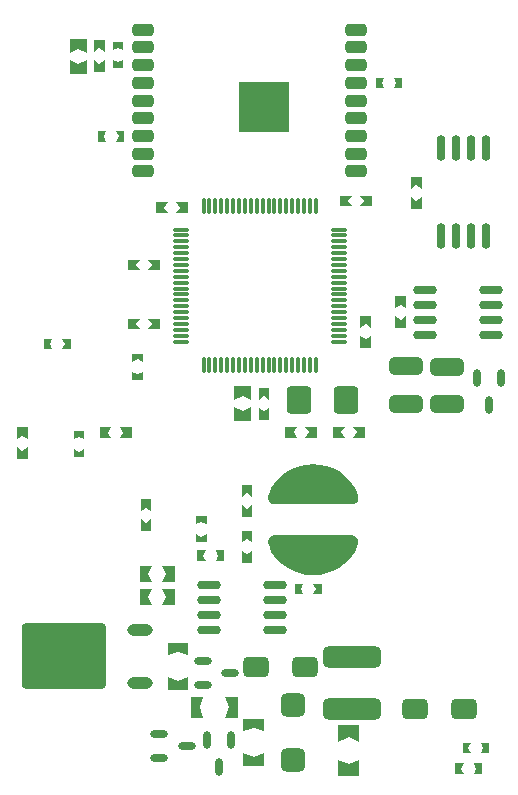
<source format=gtp>
G04 Layer_Color=8421504*
%FSLAX24Y24*%
%MOIN*%
G70*
G01*
G75*
%ADD11O,0.0800X0.0295*%
G04:AMPARAMS|DCode=13|XSize=70.9mil|YSize=39.4mil|CornerRadius=9.8mil|HoleSize=0mil|Usage=FLASHONLY|Rotation=0.000|XOffset=0mil|YOffset=0mil|HoleType=Round|Shape=RoundedRectangle|*
%AMROUNDEDRECTD13*
21,1,0.0709,0.0197,0,0,0.0*
21,1,0.0512,0.0394,0,0,0.0*
1,1,0.0197,0.0256,-0.0098*
1,1,0.0197,-0.0256,-0.0098*
1,1,0.0197,-0.0256,0.0098*
1,1,0.0197,0.0256,0.0098*
%
%ADD13ROUNDEDRECTD13*%
%ADD14R,0.1693X0.1693*%
G04:AMPARAMS|DCode=18|XSize=86.6mil|YSize=68.9mil|CornerRadius=17.2mil|HoleSize=0mil|Usage=FLASHONLY|Rotation=0.000|XOffset=0mil|YOffset=0mil|HoleType=Round|Shape=RoundedRectangle|*
%AMROUNDEDRECTD18*
21,1,0.0866,0.0344,0,0,0.0*
21,1,0.0522,0.0689,0,0,0.0*
1,1,0.0344,0.0261,-0.0172*
1,1,0.0344,-0.0261,-0.0172*
1,1,0.0344,-0.0261,0.0172*
1,1,0.0344,0.0261,0.0172*
%
%ADD18ROUNDEDRECTD18*%
G04:AMPARAMS|DCode=19|XSize=194.9mil|YSize=70.9mil|CornerRadius=17.7mil|HoleSize=0mil|Usage=FLASHONLY|Rotation=0.000|XOffset=0mil|YOffset=0mil|HoleType=Round|Shape=RoundedRectangle|*
%AMROUNDEDRECTD19*
21,1,0.1949,0.0354,0,0,0.0*
21,1,0.1594,0.0709,0,0,0.0*
1,1,0.0354,0.0797,-0.0177*
1,1,0.0354,-0.0797,-0.0177*
1,1,0.0354,-0.0797,0.0177*
1,1,0.0354,0.0797,0.0177*
%
%ADD19ROUNDEDRECTD19*%
G04:AMPARAMS|DCode=20|XSize=279.5mil|YSize=218.5mil|CornerRadius=10.9mil|HoleSize=0mil|Usage=FLASHONLY|Rotation=180.000|XOffset=0mil|YOffset=0mil|HoleType=Round|Shape=RoundedRectangle|*
%AMROUNDEDRECTD20*
21,1,0.2795,0.1967,0,0,180.0*
21,1,0.2577,0.2185,0,0,180.0*
1,1,0.0219,-0.1288,0.0983*
1,1,0.0219,0.1288,0.0983*
1,1,0.0219,0.1288,-0.0983*
1,1,0.0219,-0.1288,-0.0983*
%
%ADD20ROUNDEDRECTD20*%
%ADD21O,0.0846X0.0394*%
%ADD24O,0.0281X0.0591*%
G04:AMPARAMS|DCode=25|XSize=82.7mil|YSize=78.7mil|CornerRadius=19.7mil|HoleSize=0mil|Usage=FLASHONLY|Rotation=0.000|XOffset=0mil|YOffset=0mil|HoleType=Round|Shape=RoundedRectangle|*
%AMROUNDEDRECTD25*
21,1,0.0827,0.0394,0,0,0.0*
21,1,0.0433,0.0787,0,0,0.0*
1,1,0.0394,0.0217,-0.0197*
1,1,0.0394,-0.0217,-0.0197*
1,1,0.0394,-0.0217,0.0197*
1,1,0.0394,0.0217,0.0197*
%
%ADD25ROUNDEDRECTD25*%
%ADD27O,0.0591X0.0281*%
%ADD30O,0.0118X0.0591*%
%ADD31O,0.0591X0.0118*%
G04:AMPARAMS|DCode=32|XSize=90.6mil|YSize=82.7mil|CornerRadius=12.4mil|HoleSize=0mil|Usage=FLASHONLY|Rotation=90.000|XOffset=0mil|YOffset=0mil|HoleType=Round|Shape=RoundedRectangle|*
%AMROUNDEDRECTD32*
21,1,0.0906,0.0579,0,0,90.0*
21,1,0.0657,0.0827,0,0,90.0*
1,1,0.0248,0.0289,0.0329*
1,1,0.0248,0.0289,-0.0329*
1,1,0.0248,-0.0289,-0.0329*
1,1,0.0248,-0.0289,0.0329*
%
%ADD32ROUNDEDRECTD32*%
%ADD34O,0.0295X0.0850*%
G04:AMPARAMS|DCode=36|XSize=110.2mil|YSize=59.1mil|CornerRadius=14.8mil|HoleSize=0mil|Usage=FLASHONLY|Rotation=0.000|XOffset=0mil|YOffset=0mil|HoleType=Round|Shape=RoundedRectangle|*
%AMROUNDEDRECTD36*
21,1,0.1102,0.0295,0,0,0.0*
21,1,0.0807,0.0591,0,0,0.0*
1,1,0.0295,0.0404,-0.0148*
1,1,0.0295,-0.0404,-0.0148*
1,1,0.0295,-0.0404,0.0148*
1,1,0.0295,0.0404,0.0148*
%
%ADD36ROUNDEDRECTD36*%
G36*
X35659Y23986D02*
X35482Y24065D01*
X35305Y23986D01*
Y24262D01*
X35659D01*
Y23986D01*
D02*
G37*
G36*
Y23376D02*
X35305D01*
Y23652D01*
X35482Y23573D01*
X35659Y23652D01*
Y23376D01*
D02*
G37*
G36*
X33809Y24419D02*
X33632Y24537D01*
X33455Y24419D01*
Y24813D01*
X33809D01*
Y24419D01*
D02*
G37*
G36*
Y23750D02*
X33455D01*
Y24144D01*
X33632Y24026D01*
X33809Y24144D01*
Y23750D01*
D02*
G37*
G36*
X37175Y23376D02*
X36998Y23494D01*
X36821Y23376D01*
Y23770D01*
X37175D01*
Y23376D01*
D02*
G37*
G36*
X35542Y22933D02*
X35620Y22756D01*
X35345D01*
Y23110D01*
X35620D01*
X35542Y22933D01*
D02*
G37*
G36*
X40576Y23597D02*
X40640Y23557D01*
X40685Y23496D01*
X40704Y23423D01*
X40695Y23348D01*
X40655Y23218D01*
X40594Y23068D01*
X40511Y22928D01*
X40407Y22803D01*
X40403Y22798D01*
X40237Y22649D01*
X40053Y22524D01*
X39854Y22423D01*
X39643Y22350D01*
X39425Y22306D01*
X39203Y22291D01*
X38980Y22306D01*
X38762Y22350D01*
X38552Y22423D01*
X38353Y22524D01*
X38169Y22649D01*
X38003Y22798D01*
X38001Y22801D01*
X37895Y22927D01*
X37811Y23069D01*
X37750Y23221D01*
X37708Y23355D01*
X37699Y23428D01*
X37718Y23499D01*
X37762Y23559D01*
X37824Y23598D01*
X37896Y23611D01*
X40502D01*
X40576Y23597D01*
D02*
G37*
G36*
X37175Y22707D02*
X36821D01*
Y23100D01*
X36998Y22982D01*
X37175Y23100D01*
Y22707D01*
D02*
G37*
G36*
X36230Y22756D02*
X35955D01*
X36033Y22933D01*
X35955Y23110D01*
X36230D01*
Y22756D01*
D02*
G37*
G36*
X31575Y26821D02*
X31398Y26900D01*
X31220Y26821D01*
Y27096D01*
X31575D01*
Y26821D01*
D02*
G37*
G36*
X29685D02*
X29508Y26939D01*
X29331Y26821D01*
Y27215D01*
X29685D01*
Y26821D01*
D02*
G37*
G36*
X33150Y26860D02*
X32756D01*
X32874Y27037D01*
X32756Y27215D01*
X33150D01*
Y26860D01*
D02*
G37*
G36*
X32362Y27037D02*
X32480Y26860D01*
X32087D01*
Y27215D01*
X32480D01*
X32362Y27037D01*
D02*
G37*
G36*
X29685Y26152D02*
X29331D01*
Y26545D01*
X29508Y26427D01*
X29685Y26545D01*
Y26152D01*
D02*
G37*
G36*
X39425Y25961D02*
X39643Y25917D01*
X39854Y25844D01*
X40053Y25744D01*
X40237Y25619D01*
X40403Y25469D01*
X40405Y25467D01*
X40510Y25341D01*
X40594Y25199D01*
X40656Y25046D01*
X40698Y24912D01*
X40706Y24839D01*
X40687Y24768D01*
X40644Y24709D01*
X40582Y24670D01*
X40510Y24656D01*
X37904D01*
X37830Y24670D01*
X37766Y24711D01*
X37721Y24772D01*
X37702Y24845D01*
X37710Y24920D01*
X37751Y25049D01*
X37811Y25200D01*
X37895Y25340D01*
X37998Y25465D01*
X38003Y25469D01*
X38169Y25619D01*
X38353Y25744D01*
X38552Y25844D01*
X38762Y25917D01*
X38980Y25961D01*
X39203Y25976D01*
X39425Y25961D01*
D02*
G37*
G36*
X37175Y24222D02*
X36821D01*
Y24616D01*
X36998Y24498D01*
X37175Y24616D01*
Y24222D01*
D02*
G37*
G36*
X31575Y26211D02*
X31220D01*
Y26486D01*
X31398Y26408D01*
X31575Y26486D01*
Y26211D01*
D02*
G37*
G36*
X37175Y24892D02*
X36998Y25010D01*
X36821Y24892D01*
Y25285D01*
X37175D01*
Y24892D01*
D02*
G37*
G36*
X40748Y16732D02*
X40394Y16890D01*
X40039Y16732D01*
Y17283D01*
X40748D01*
Y16732D01*
D02*
G37*
G36*
X45069Y16348D02*
X44793D01*
X44872Y16526D01*
X44793Y16703D01*
X45069D01*
Y16348D01*
D02*
G37*
G36*
X35423Y17884D02*
X35541Y17539D01*
X35128D01*
Y18228D01*
X35541D01*
X35423Y17884D01*
D02*
G37*
G36*
X37569Y17077D02*
X37224Y17195D01*
X36880Y17077D01*
Y17490D01*
X37569D01*
Y17077D01*
D02*
G37*
G36*
X44380Y16526D02*
X44459Y16348D01*
X44183D01*
Y16703D01*
X44459D01*
X44380Y16526D01*
D02*
G37*
G36*
X44832Y15659D02*
X44557D01*
X44636Y15837D01*
X44557Y16014D01*
X44832D01*
Y15659D01*
D02*
G37*
G36*
X44144Y15837D02*
X44222Y15659D01*
X43947D01*
Y16014D01*
X44222D01*
X44144Y15837D01*
D02*
G37*
G36*
X37569Y15935D02*
X36880D01*
Y16348D01*
X37224Y16230D01*
X37569Y16348D01*
Y15935D01*
D02*
G37*
G36*
X40748Y15591D02*
X40039D01*
Y16142D01*
X40394Y15984D01*
X40748Y16142D01*
Y15591D01*
D02*
G37*
G36*
X39488Y21654D02*
X39213D01*
X39291Y21831D01*
X39213Y22008D01*
X39488D01*
Y21654D01*
D02*
G37*
G36*
X38799Y21831D02*
X38878Y21654D01*
X38603D01*
Y22008D01*
X38878D01*
X38799Y21831D01*
D02*
G37*
G36*
X34587Y22047D02*
X34173D01*
X34301Y22323D01*
X34173Y22598D01*
X34587D01*
Y22047D01*
D02*
G37*
G36*
X33711Y22323D02*
X33839Y22047D01*
X33425D01*
Y22598D01*
X33839D01*
X33711Y22323D01*
D02*
G37*
G36*
X34587Y21280D02*
X34173D01*
X34301Y21555D01*
X34173Y21831D01*
X34587D01*
Y21280D01*
D02*
G37*
G36*
X35039Y18474D02*
X34350D01*
Y18888D01*
X34695Y18770D01*
X35039Y18888D01*
Y18474D01*
D02*
G37*
G36*
X36683Y17539D02*
X36270D01*
X36388Y17884D01*
X36270Y18228D01*
X36683D01*
Y17539D01*
D02*
G37*
G36*
X33711Y21555D02*
X33839Y21280D01*
X33425D01*
Y21831D01*
X33839D01*
X33711Y21555D01*
D02*
G37*
G36*
X35039Y19616D02*
X34695Y19734D01*
X34350Y19616D01*
Y20030D01*
X35039D01*
Y19616D01*
D02*
G37*
G36*
X42825Y34498D02*
X42470D01*
Y34892D01*
X42648Y34774D01*
X42825Y34892D01*
Y34498D01*
D02*
G37*
G36*
X41161Y34587D02*
X40768D01*
X40886Y34764D01*
X40768Y34941D01*
X41161D01*
Y34587D01*
D02*
G37*
G36*
X32224Y36919D02*
X32303Y36742D01*
X32028D01*
Y37096D01*
X32303D01*
X32224Y36919D01*
D02*
G37*
G36*
X42825Y35167D02*
X42648Y35285D01*
X42470Y35167D01*
Y35561D01*
X42825D01*
Y35167D01*
D02*
G37*
G36*
X40374Y34764D02*
X40492Y34587D01*
X40098D01*
Y34941D01*
X40492D01*
X40374Y34764D01*
D02*
G37*
G36*
X34094Y32451D02*
X33701D01*
X33819Y32628D01*
X33701Y32805D01*
X34094D01*
Y32451D01*
D02*
G37*
G36*
X33307Y32628D02*
X33425Y32451D01*
X33031D01*
Y32805D01*
X33425D01*
X33307Y32628D01*
D02*
G37*
G36*
X35030Y34360D02*
X34636D01*
X34754Y34537D01*
X34636Y34715D01*
X35030D01*
Y34360D01*
D02*
G37*
G36*
X34242Y34537D02*
X34360Y34360D01*
X33967D01*
Y34715D01*
X34360D01*
X34242Y34537D01*
D02*
G37*
G36*
X31654Y39705D02*
X31368Y39833D01*
X31083Y39705D01*
Y40157D01*
X31654D01*
Y39705D01*
D02*
G37*
G36*
X32874Y39183D02*
X32520D01*
Y39459D01*
X32697Y39380D01*
X32874Y39459D01*
Y39183D01*
D02*
G37*
G36*
Y39793D02*
X32697Y39872D01*
X32520Y39793D01*
Y40069D01*
X32874D01*
Y39793D01*
D02*
G37*
G36*
X32254Y39734D02*
X32077Y39852D01*
X31900Y39734D01*
Y40128D01*
X32254D01*
Y39734D01*
D02*
G37*
G36*
Y39065D02*
X31900D01*
Y39459D01*
X32077Y39341D01*
X32254Y39459D01*
Y39065D01*
D02*
G37*
G36*
X41486Y38691D02*
X41565Y38514D01*
X41289D01*
Y38868D01*
X41565D01*
X41486Y38691D01*
D02*
G37*
G36*
X32913Y36742D02*
X32638D01*
X32716Y36919D01*
X32638Y37096D01*
X32913D01*
Y36742D01*
D02*
G37*
G36*
X31654Y38996D02*
X31083D01*
Y39449D01*
X31368Y39321D01*
X31654Y39449D01*
Y38996D01*
D02*
G37*
G36*
X42175Y38514D02*
X41899D01*
X41978Y38691D01*
X41899Y38868D01*
X42175D01*
Y38514D01*
D02*
G37*
G36*
X37136Y28140D02*
X36850Y28268D01*
X36565Y28140D01*
Y28593D01*
X37136D01*
Y28140D01*
D02*
G37*
G36*
Y27431D02*
X36565D01*
Y27884D01*
X36850Y27756D01*
X37136Y27884D01*
Y27431D01*
D02*
G37*
G36*
X33533Y28789D02*
X33179D01*
Y29065D01*
X33356Y28986D01*
X33533Y29065D01*
Y28789D01*
D02*
G37*
G36*
X37746Y28140D02*
X37569Y28258D01*
X37392Y28140D01*
Y28533D01*
X37746D01*
Y28140D01*
D02*
G37*
G36*
Y27470D02*
X37392D01*
Y27864D01*
X37569Y27746D01*
X37746Y27864D01*
Y27470D01*
D02*
G37*
G36*
X39341Y26870D02*
X38947D01*
X39065Y27047D01*
X38947Y27224D01*
X39341D01*
Y26870D01*
D02*
G37*
G36*
X38553Y27047D02*
X38671Y26870D01*
X38278D01*
Y27224D01*
X38671D01*
X38553Y27047D01*
D02*
G37*
G36*
X40925Y26870D02*
X40532D01*
X40650Y27047D01*
X40532Y27224D01*
X40925D01*
Y26870D01*
D02*
G37*
G36*
X40138Y27047D02*
X40256Y26870D01*
X39862D01*
Y27224D01*
X40256D01*
X40138Y27047D01*
D02*
G37*
G36*
X41132Y30541D02*
X40955Y30659D01*
X40778Y30541D01*
Y30935D01*
X41132D01*
Y30541D01*
D02*
G37*
G36*
X34094Y30482D02*
X33701D01*
X33819Y30659D01*
X33701Y30837D01*
X34094D01*
Y30482D01*
D02*
G37*
G36*
X42293Y31191D02*
X42116Y31309D01*
X41939Y31191D01*
Y31585D01*
X42293D01*
Y31191D01*
D02*
G37*
G36*
Y30522D02*
X41939D01*
Y30915D01*
X42116Y30797D01*
X42293Y30915D01*
Y30522D01*
D02*
G37*
G36*
X33307Y30659D02*
X33425Y30482D01*
X33031D01*
Y30837D01*
X33425D01*
X33307Y30659D01*
D02*
G37*
G36*
X30433Y29990D02*
X30512Y29813D01*
X30236D01*
Y30167D01*
X30512D01*
X30433Y29990D01*
D02*
G37*
G36*
X33533Y29399D02*
X33356Y29478D01*
X33179Y29399D01*
Y29675D01*
X33533D01*
Y29399D01*
D02*
G37*
G36*
X41132Y29872D02*
X40778D01*
Y30266D01*
X40955Y30148D01*
X41132Y30266D01*
Y29872D01*
D02*
G37*
G36*
X31122Y29813D02*
X30846D01*
X30925Y29990D01*
X30846Y30167D01*
X31122D01*
Y29813D01*
D02*
G37*
D11*
X42933Y31791D02*
D03*
Y31291D02*
D03*
X45133D02*
D03*
Y31791D02*
D03*
X42933Y30291D02*
D03*
X45133D02*
D03*
X42933Y30791D02*
D03*
X45133D02*
D03*
X37923Y20453D02*
D03*
Y20953D02*
D03*
X35723D02*
D03*
Y20453D02*
D03*
X37923Y21953D02*
D03*
X35723D02*
D03*
X37923Y21453D02*
D03*
X35723D02*
D03*
D13*
X40622Y35744D02*
D03*
Y36335D02*
D03*
Y36926D02*
D03*
Y37516D02*
D03*
Y38107D02*
D03*
Y38697D02*
D03*
Y39288D02*
D03*
Y39878D02*
D03*
Y40469D02*
D03*
X33536Y35744D02*
D03*
Y36335D02*
D03*
Y36926D02*
D03*
Y40469D02*
D03*
Y39878D02*
D03*
X33526Y39288D02*
D03*
X33536Y38697D02*
D03*
Y38107D02*
D03*
Y37516D02*
D03*
D14*
X37552Y37890D02*
D03*
D18*
X42608Y17835D02*
D03*
X44222D02*
D03*
X37313Y19213D02*
D03*
X38927D02*
D03*
D19*
X40492Y19557D02*
D03*
Y17825D02*
D03*
D20*
X30886Y19577D02*
D03*
D21*
X33445Y18679D02*
D03*
Y20474D02*
D03*
D24*
X36067Y15886D02*
D03*
X35667Y16796D02*
D03*
X36467D02*
D03*
X45072Y27953D02*
D03*
X44672Y28863D02*
D03*
X45472D02*
D03*
D25*
X38524Y17943D02*
D03*
Y16132D02*
D03*
D27*
X34990Y16608D02*
D03*
X34080Y16208D02*
D03*
Y17008D02*
D03*
X36437Y19039D02*
D03*
X35527Y18639D02*
D03*
Y19439D02*
D03*
D30*
X37717Y29301D02*
D03*
X37913D02*
D03*
X38110D02*
D03*
X38307D02*
D03*
X38504D02*
D03*
X38701D02*
D03*
X38898D02*
D03*
X39094D02*
D03*
X39291D02*
D03*
X35551D02*
D03*
X35748D02*
D03*
X35945D02*
D03*
X36142D02*
D03*
X36339D02*
D03*
X36535D02*
D03*
X36732D02*
D03*
X36929D02*
D03*
X37126D02*
D03*
X39291Y34577D02*
D03*
X39094D02*
D03*
X38898D02*
D03*
X38701D02*
D03*
X38504D02*
D03*
X38307D02*
D03*
X38110D02*
D03*
X37913D02*
D03*
X37717D02*
D03*
X37126D02*
D03*
X36929D02*
D03*
X36732D02*
D03*
X36535D02*
D03*
X36339D02*
D03*
X36142D02*
D03*
X35945D02*
D03*
X35748D02*
D03*
X35551D02*
D03*
X37323Y29301D02*
D03*
X37520D02*
D03*
Y34577D02*
D03*
X37323D02*
D03*
D31*
X40059Y30266D02*
D03*
Y30463D02*
D03*
Y30659D02*
D03*
Y30856D02*
D03*
Y31053D02*
D03*
Y31250D02*
D03*
Y31447D02*
D03*
Y31644D02*
D03*
Y31841D02*
D03*
Y32037D02*
D03*
Y32234D02*
D03*
Y32431D02*
D03*
Y32628D02*
D03*
X34783D02*
D03*
Y32431D02*
D03*
Y32234D02*
D03*
Y32037D02*
D03*
Y31841D02*
D03*
Y31644D02*
D03*
Y31447D02*
D03*
Y31250D02*
D03*
Y31053D02*
D03*
Y30856D02*
D03*
Y30659D02*
D03*
Y30463D02*
D03*
Y30266D02*
D03*
X40059Y33219D02*
D03*
Y33415D02*
D03*
Y33612D02*
D03*
Y33809D02*
D03*
X34783D02*
D03*
Y33612D02*
D03*
Y33415D02*
D03*
Y33219D02*
D03*
X40059Y30069D02*
D03*
Y32825D02*
D03*
Y33022D02*
D03*
X34783D02*
D03*
Y32825D02*
D03*
Y30069D02*
D03*
D32*
X40305Y28110D02*
D03*
X38730D02*
D03*
D34*
X44455Y36533D02*
D03*
Y33583D02*
D03*
X43455Y36533D02*
D03*
X43955D02*
D03*
X44955D02*
D03*
X43455Y33583D02*
D03*
X43955D02*
D03*
X44955D02*
D03*
D36*
X42303Y27992D02*
D03*
Y29252D02*
D03*
X43661Y27982D02*
D03*
Y29242D02*
D03*
M02*

</source>
